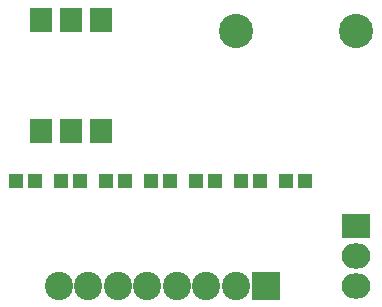
<source format=gbr>
G04 #@! TF.FileFunction,Soldermask,Top*
%FSLAX46Y46*%
G04 Gerber Fmt 4.6, Leading zero omitted, Abs format (unit mm)*
G04 Created by KiCad (PCBNEW 4.0.6) date 07/20/17 18:35:03*
%MOMM*%
%LPD*%
G01*
G04 APERTURE LIST*
%ADD10C,0.100000*%
%ADD11C,2.899360*%
%ADD12R,1.200000X1.200000*%
%ADD13R,2.400000X2.400000*%
%ADD14C,2.400000*%
%ADD15R,2.430000X2.130000*%
%ADD16O,2.430000X2.130000*%
%ADD17R,1.850000X2.100000*%
G04 APERTURE END LIST*
D10*
D11*
X190500000Y-90170000D03*
X180340000Y-90170000D03*
D12*
X163360000Y-102870000D03*
X161760000Y-102870000D03*
X167170000Y-102870000D03*
X165570000Y-102870000D03*
X170980000Y-102870000D03*
X169380000Y-102870000D03*
X174790000Y-102870000D03*
X173190000Y-102870000D03*
X178600000Y-102870000D03*
X177000000Y-102870000D03*
X182410000Y-102870000D03*
X180810000Y-102870000D03*
X186220000Y-102870000D03*
X184620000Y-102870000D03*
D13*
X182880000Y-111760000D03*
D14*
X180370000Y-111760000D03*
X177870000Y-111760000D03*
X175370000Y-111760000D03*
X172870000Y-111760000D03*
X170370000Y-111760000D03*
X167870000Y-111760000D03*
X165370000Y-111760000D03*
D15*
X190500000Y-106680000D03*
D16*
X190500000Y-109220000D03*
X190500000Y-111760000D03*
D17*
X163830000Y-98680000D03*
X166370000Y-98680000D03*
X168910000Y-98680000D03*
X168910000Y-89280000D03*
X166370000Y-89280000D03*
X163830000Y-89280000D03*
M02*

</source>
